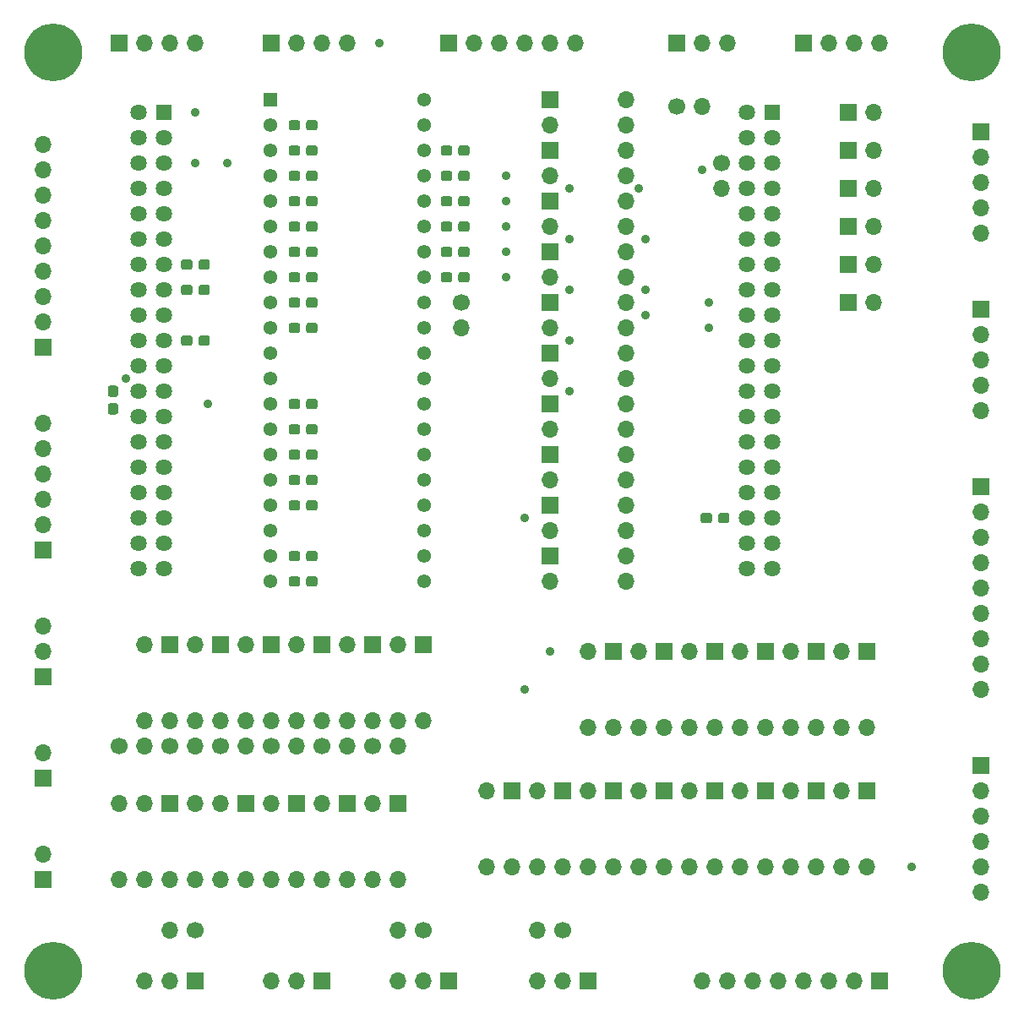
<source format=gbs>
G04 #@! TF.GenerationSoftware,KiCad,Pcbnew,(5.1.6)-1*
G04 #@! TF.CreationDate,2023-04-05T00:11:33+09:00*
G04 #@! TF.ProjectId,SubPCB,53756250-4342-42e6-9b69-6361645f7063,rev?*
G04 #@! TF.SameCoordinates,Original*
G04 #@! TF.FileFunction,Soldermask,Bot*
G04 #@! TF.FilePolarity,Negative*
%FSLAX46Y46*%
G04 Gerber Fmt 4.6, Leading zero omitted, Abs format (unit mm)*
G04 Created by KiCad (PCBNEW (5.1.6)-1) date 2023-04-05 00:11:33*
%MOMM*%
%LPD*%
G01*
G04 APERTURE LIST*
%ADD10O,1.700000X1.700000*%
%ADD11R,1.700000X1.700000*%
%ADD12R,1.630000X1.630000*%
%ADD13C,1.630000*%
%ADD14C,1.700000*%
%ADD15C,1.380000*%
%ADD16R,1.380000X1.380000*%
%ADD17C,5.800000*%
%ADD18C,0.900000*%
G04 APERTURE END LIST*
D10*
X83185000Y-6985000D03*
D11*
X80645000Y-6985000D03*
D10*
X83185000Y-10795000D03*
D11*
X80645000Y-10795000D03*
D10*
X83185000Y-14605000D03*
D11*
X80645000Y-14605000D03*
D10*
X83185000Y-18415000D03*
D11*
X80645000Y-18415000D03*
D10*
X83185000Y-22225000D03*
D11*
X80645000Y-22225000D03*
D10*
X83185000Y-26035000D03*
D11*
X80645000Y-26035000D03*
G36*
G01*
X40975000Y-23232500D02*
X40975000Y-23757500D01*
G75*
G02*
X40712500Y-24020000I-262500J0D01*
G01*
X40087500Y-24020000D01*
G75*
G02*
X39825000Y-23757500I0J262500D01*
G01*
X39825000Y-23232500D01*
G75*
G02*
X40087500Y-22970000I262500J0D01*
G01*
X40712500Y-22970000D01*
G75*
G02*
X40975000Y-23232500I0J-262500D01*
G01*
G37*
G36*
G01*
X42725000Y-23232500D02*
X42725000Y-23757500D01*
G75*
G02*
X42462500Y-24020000I-262500J0D01*
G01*
X41837500Y-24020000D01*
G75*
G02*
X41575000Y-23757500I0J262500D01*
G01*
X41575000Y-23232500D01*
G75*
G02*
X41837500Y-22970000I262500J0D01*
G01*
X42462500Y-22970000D01*
G75*
G02*
X42725000Y-23232500I0J-262500D01*
G01*
G37*
G36*
G01*
X40975000Y-20692500D02*
X40975000Y-21217500D01*
G75*
G02*
X40712500Y-21480000I-262500J0D01*
G01*
X40087500Y-21480000D01*
G75*
G02*
X39825000Y-21217500I0J262500D01*
G01*
X39825000Y-20692500D01*
G75*
G02*
X40087500Y-20430000I262500J0D01*
G01*
X40712500Y-20430000D01*
G75*
G02*
X40975000Y-20692500I0J-262500D01*
G01*
G37*
G36*
G01*
X42725000Y-20692500D02*
X42725000Y-21217500D01*
G75*
G02*
X42462500Y-21480000I-262500J0D01*
G01*
X41837500Y-21480000D01*
G75*
G02*
X41575000Y-21217500I0J262500D01*
G01*
X41575000Y-20692500D01*
G75*
G02*
X41837500Y-20430000I262500J0D01*
G01*
X42462500Y-20430000D01*
G75*
G02*
X42725000Y-20692500I0J-262500D01*
G01*
G37*
G36*
G01*
X40975000Y-18152500D02*
X40975000Y-18677500D01*
G75*
G02*
X40712500Y-18940000I-262500J0D01*
G01*
X40087500Y-18940000D01*
G75*
G02*
X39825000Y-18677500I0J262500D01*
G01*
X39825000Y-18152500D01*
G75*
G02*
X40087500Y-17890000I262500J0D01*
G01*
X40712500Y-17890000D01*
G75*
G02*
X40975000Y-18152500I0J-262500D01*
G01*
G37*
G36*
G01*
X42725000Y-18152500D02*
X42725000Y-18677500D01*
G75*
G02*
X42462500Y-18940000I-262500J0D01*
G01*
X41837500Y-18940000D01*
G75*
G02*
X41575000Y-18677500I0J262500D01*
G01*
X41575000Y-18152500D01*
G75*
G02*
X41837500Y-17890000I262500J0D01*
G01*
X42462500Y-17890000D01*
G75*
G02*
X42725000Y-18152500I0J-262500D01*
G01*
G37*
G36*
G01*
X40975000Y-15612500D02*
X40975000Y-16137500D01*
G75*
G02*
X40712500Y-16400000I-262500J0D01*
G01*
X40087500Y-16400000D01*
G75*
G02*
X39825000Y-16137500I0J262500D01*
G01*
X39825000Y-15612500D01*
G75*
G02*
X40087500Y-15350000I262500J0D01*
G01*
X40712500Y-15350000D01*
G75*
G02*
X40975000Y-15612500I0J-262500D01*
G01*
G37*
G36*
G01*
X42725000Y-15612500D02*
X42725000Y-16137500D01*
G75*
G02*
X42462500Y-16400000I-262500J0D01*
G01*
X41837500Y-16400000D01*
G75*
G02*
X41575000Y-16137500I0J262500D01*
G01*
X41575000Y-15612500D01*
G75*
G02*
X41837500Y-15350000I262500J0D01*
G01*
X42462500Y-15350000D01*
G75*
G02*
X42725000Y-15612500I0J-262500D01*
G01*
G37*
G36*
G01*
X40975000Y-13072500D02*
X40975000Y-13597500D01*
G75*
G02*
X40712500Y-13860000I-262500J0D01*
G01*
X40087500Y-13860000D01*
G75*
G02*
X39825000Y-13597500I0J262500D01*
G01*
X39825000Y-13072500D01*
G75*
G02*
X40087500Y-12810000I262500J0D01*
G01*
X40712500Y-12810000D01*
G75*
G02*
X40975000Y-13072500I0J-262500D01*
G01*
G37*
G36*
G01*
X42725000Y-13072500D02*
X42725000Y-13597500D01*
G75*
G02*
X42462500Y-13860000I-262500J0D01*
G01*
X41837500Y-13860000D01*
G75*
G02*
X41575000Y-13597500I0J262500D01*
G01*
X41575000Y-13072500D01*
G75*
G02*
X41837500Y-12810000I262500J0D01*
G01*
X42462500Y-12810000D01*
G75*
G02*
X42725000Y-13072500I0J-262500D01*
G01*
G37*
G36*
G01*
X40975000Y-10532500D02*
X40975000Y-11057500D01*
G75*
G02*
X40712500Y-11320000I-262500J0D01*
G01*
X40087500Y-11320000D01*
G75*
G02*
X39825000Y-11057500I0J262500D01*
G01*
X39825000Y-10532500D01*
G75*
G02*
X40087500Y-10270000I262500J0D01*
G01*
X40712500Y-10270000D01*
G75*
G02*
X40975000Y-10532500I0J-262500D01*
G01*
G37*
G36*
G01*
X42725000Y-10532500D02*
X42725000Y-11057500D01*
G75*
G02*
X42462500Y-11320000I-262500J0D01*
G01*
X41837500Y-11320000D01*
G75*
G02*
X41575000Y-11057500I0J262500D01*
G01*
X41575000Y-10532500D01*
G75*
G02*
X41837500Y-10270000I262500J0D01*
G01*
X42462500Y-10270000D01*
G75*
G02*
X42725000Y-10532500I0J-262500D01*
G01*
G37*
D12*
X73025000Y-6985000D03*
D13*
X73025000Y-52705000D03*
X70485000Y-6985000D03*
X73025000Y-9525000D03*
X70485000Y-9525000D03*
X73025000Y-12065000D03*
X70485000Y-12065000D03*
X73025000Y-14605000D03*
X70485000Y-14605000D03*
X73025000Y-17145000D03*
X70485000Y-17145000D03*
X73025000Y-19685000D03*
X70485000Y-19685000D03*
X73025000Y-22225000D03*
X70485000Y-22225000D03*
X73025000Y-24765000D03*
X70485000Y-24765000D03*
X73025000Y-27305000D03*
X70485000Y-27305000D03*
X73025000Y-29845000D03*
X70485000Y-29845000D03*
X73025000Y-32385000D03*
X70485000Y-32385000D03*
X73025000Y-34925000D03*
X70485000Y-34925000D03*
X73025000Y-37465000D03*
X70485000Y-37465000D03*
X73025000Y-40005000D03*
X70485000Y-40005000D03*
X73025000Y-42545000D03*
X70485000Y-42545000D03*
X73025000Y-45085000D03*
X70485000Y-45085000D03*
X73025000Y-47625000D03*
X70485000Y-47625000D03*
X73025000Y-50165000D03*
X70485000Y-50165000D03*
X70485000Y-52705000D03*
D12*
X12065000Y-6985000D03*
D13*
X12065000Y-52705000D03*
X9525000Y-6985000D03*
X12065000Y-9525000D03*
X9525000Y-9525000D03*
X12065000Y-12065000D03*
X9525000Y-12065000D03*
X12065000Y-14605000D03*
X9525000Y-14605000D03*
X12065000Y-17145000D03*
X9525000Y-17145000D03*
X12065000Y-19685000D03*
X9525000Y-19685000D03*
X12065000Y-22225000D03*
X9525000Y-22225000D03*
X12065000Y-24765000D03*
X9525000Y-24765000D03*
X12065000Y-27305000D03*
X9525000Y-27305000D03*
X12065000Y-29845000D03*
X9525000Y-29845000D03*
X12065000Y-32385000D03*
X9525000Y-32385000D03*
X12065000Y-34925000D03*
X9525000Y-34925000D03*
X12065000Y-37465000D03*
X9525000Y-37465000D03*
X12065000Y-40005000D03*
X9525000Y-40005000D03*
X12065000Y-42545000D03*
X9525000Y-42545000D03*
X12065000Y-45085000D03*
X9525000Y-45085000D03*
X12065000Y-47625000D03*
X9525000Y-47625000D03*
X12065000Y-50165000D03*
X9525000Y-50165000D03*
X9525000Y-52705000D03*
D10*
X25400000Y-93980000D03*
X22860000Y-93980000D03*
D11*
X27940000Y-93980000D03*
X76200000Y0D03*
D10*
X81280000Y0D03*
X78740000Y0D03*
X83820000Y0D03*
X93980000Y-52070000D03*
X93980000Y-46990000D03*
X93980000Y-49530000D03*
D11*
X93980000Y-44450000D03*
D10*
X93980000Y-54610000D03*
X93980000Y-57150000D03*
X93980000Y-59690000D03*
X93980000Y-62230000D03*
X93980000Y-64770000D03*
X46990000Y-82550000D03*
X44450000Y-74930000D03*
X44450000Y-82550000D03*
D11*
X46990000Y-74930000D03*
D10*
X52070000Y-82550000D03*
X49530000Y-74930000D03*
X49530000Y-82550000D03*
D11*
X52070000Y-74930000D03*
D10*
X57150000Y-82550000D03*
X54610000Y-74930000D03*
X54610000Y-82550000D03*
D11*
X57150000Y-74930000D03*
D10*
X62230000Y-82550000D03*
X59690000Y-74930000D03*
X59690000Y-82550000D03*
D11*
X62230000Y-74930000D03*
D10*
X67310000Y-82550000D03*
X64770000Y-74930000D03*
X64770000Y-82550000D03*
D11*
X67310000Y-74930000D03*
D10*
X72390000Y-82550000D03*
X69850000Y-74930000D03*
X69850000Y-82550000D03*
D11*
X72390000Y-74930000D03*
D10*
X77470000Y-82550000D03*
X74930000Y-74930000D03*
X74930000Y-82550000D03*
D11*
X77470000Y-74930000D03*
D10*
X82550000Y-82550000D03*
X80010000Y-74930000D03*
X80010000Y-82550000D03*
D11*
X82550000Y-74930000D03*
D10*
X57150000Y-68580000D03*
X54610000Y-60960000D03*
X54610000Y-68580000D03*
D11*
X57150000Y-60960000D03*
D10*
X62230000Y-68580000D03*
X59690000Y-60960000D03*
X59690000Y-68580000D03*
D11*
X62230000Y-60960000D03*
D10*
X67310000Y-68580000D03*
X64770000Y-60960000D03*
X64770000Y-68580000D03*
D11*
X67310000Y-60960000D03*
D10*
X72390000Y-68580000D03*
X69850000Y-60960000D03*
X69850000Y-68580000D03*
D11*
X72390000Y-60960000D03*
D10*
X77470000Y-68580000D03*
X74930000Y-60960000D03*
X74930000Y-68580000D03*
D11*
X77470000Y-60960000D03*
D10*
X82550000Y-68580000D03*
X80010000Y-60960000D03*
X80010000Y-68580000D03*
D11*
X82550000Y-60960000D03*
D10*
X58420000Y-51435000D03*
X50800000Y-53975000D03*
X58420000Y-53975000D03*
D11*
X50800000Y-51435000D03*
D10*
X58420000Y-46355000D03*
X50800000Y-48895000D03*
X58420000Y-48895000D03*
D11*
X50800000Y-46355000D03*
D10*
X58420000Y-41275000D03*
X50800000Y-43815000D03*
X58420000Y-43815000D03*
D11*
X50800000Y-41275000D03*
D10*
X58420000Y-36195000D03*
X50800000Y-38735000D03*
X58420000Y-38735000D03*
D11*
X50800000Y-36195000D03*
D10*
X58420000Y-31115000D03*
X50800000Y-33655000D03*
X58420000Y-33655000D03*
D11*
X50800000Y-31115000D03*
D10*
X58420000Y-26035000D03*
X50800000Y-28575000D03*
X58420000Y-28575000D03*
D11*
X50800000Y-26035000D03*
D10*
X58420000Y-20955000D03*
X50800000Y-23495000D03*
X58420000Y-23495000D03*
D11*
X50800000Y-20955000D03*
D10*
X58420000Y-15875000D03*
X50800000Y-18415000D03*
X58420000Y-18415000D03*
D11*
X50800000Y-15875000D03*
D10*
X58420000Y-10795000D03*
X50800000Y-13335000D03*
X58420000Y-13335000D03*
D11*
X50800000Y-10795000D03*
D10*
X58420000Y-5715000D03*
X50800000Y-8255000D03*
X58420000Y-8255000D03*
D11*
X50800000Y-5715000D03*
D10*
X12700000Y-67945000D03*
X10160000Y-60325000D03*
X10160000Y-67945000D03*
D11*
X12700000Y-60325000D03*
D10*
X17780000Y-67945000D03*
X15240000Y-60325000D03*
X15240000Y-67945000D03*
D11*
X17780000Y-60325000D03*
D10*
X22860000Y-67945000D03*
X20320000Y-60325000D03*
X20320000Y-67945000D03*
D11*
X22860000Y-60325000D03*
D10*
X27940000Y-67945000D03*
X25400000Y-60325000D03*
X25400000Y-67945000D03*
D11*
X27940000Y-60325000D03*
D10*
X33020000Y-67945000D03*
X30480000Y-60325000D03*
X30480000Y-67945000D03*
D11*
X33020000Y-60325000D03*
D10*
X38100000Y-67945000D03*
X35560000Y-60325000D03*
X35560000Y-67945000D03*
D11*
X38100000Y-60325000D03*
D10*
X25400000Y-83820000D03*
X22860000Y-76200000D03*
X22860000Y-83820000D03*
D11*
X25400000Y-76200000D03*
D10*
X30480000Y-83820000D03*
X27940000Y-76200000D03*
X27940000Y-83820000D03*
D11*
X30480000Y-76200000D03*
D10*
X35560000Y-83820000D03*
X33020000Y-76200000D03*
X33020000Y-83820000D03*
D11*
X35560000Y-76200000D03*
D10*
X12700000Y-83820000D03*
X7620000Y-76200000D03*
X10160000Y-83820000D03*
X10160000Y-76200000D03*
X7620000Y-83820000D03*
D11*
X12700000Y-76200000D03*
D10*
X20320000Y-83820000D03*
X15240000Y-76200000D03*
X17780000Y-83820000D03*
X17780000Y-76200000D03*
X15240000Y-83820000D03*
D11*
X20320000Y-76200000D03*
G36*
G01*
X25735000Y-53712500D02*
X25735000Y-54237500D01*
G75*
G02*
X25472500Y-54500000I-262500J0D01*
G01*
X24847500Y-54500000D01*
G75*
G02*
X24585000Y-54237500I0J262500D01*
G01*
X24585000Y-53712500D01*
G75*
G02*
X24847500Y-53450000I262500J0D01*
G01*
X25472500Y-53450000D01*
G75*
G02*
X25735000Y-53712500I0J-262500D01*
G01*
G37*
G36*
G01*
X27485000Y-53712500D02*
X27485000Y-54237500D01*
G75*
G02*
X27222500Y-54500000I-262500J0D01*
G01*
X26597500Y-54500000D01*
G75*
G02*
X26335000Y-54237500I0J262500D01*
G01*
X26335000Y-53712500D01*
G75*
G02*
X26597500Y-53450000I262500J0D01*
G01*
X27222500Y-53450000D01*
G75*
G02*
X27485000Y-53712500I0J-262500D01*
G01*
G37*
G36*
G01*
X25735000Y-51172500D02*
X25735000Y-51697500D01*
G75*
G02*
X25472500Y-51960000I-262500J0D01*
G01*
X24847500Y-51960000D01*
G75*
G02*
X24585000Y-51697500I0J262500D01*
G01*
X24585000Y-51172500D01*
G75*
G02*
X24847500Y-50910000I262500J0D01*
G01*
X25472500Y-50910000D01*
G75*
G02*
X25735000Y-51172500I0J-262500D01*
G01*
G37*
G36*
G01*
X27485000Y-51172500D02*
X27485000Y-51697500D01*
G75*
G02*
X27222500Y-51960000I-262500J0D01*
G01*
X26597500Y-51960000D01*
G75*
G02*
X26335000Y-51697500I0J262500D01*
G01*
X26335000Y-51172500D01*
G75*
G02*
X26597500Y-50910000I262500J0D01*
G01*
X27222500Y-50910000D01*
G75*
G02*
X27485000Y-51172500I0J-262500D01*
G01*
G37*
G36*
G01*
X25735000Y-46092500D02*
X25735000Y-46617500D01*
G75*
G02*
X25472500Y-46880000I-262500J0D01*
G01*
X24847500Y-46880000D01*
G75*
G02*
X24585000Y-46617500I0J262500D01*
G01*
X24585000Y-46092500D01*
G75*
G02*
X24847500Y-45830000I262500J0D01*
G01*
X25472500Y-45830000D01*
G75*
G02*
X25735000Y-46092500I0J-262500D01*
G01*
G37*
G36*
G01*
X27485000Y-46092500D02*
X27485000Y-46617500D01*
G75*
G02*
X27222500Y-46880000I-262500J0D01*
G01*
X26597500Y-46880000D01*
G75*
G02*
X26335000Y-46617500I0J262500D01*
G01*
X26335000Y-46092500D01*
G75*
G02*
X26597500Y-45830000I262500J0D01*
G01*
X27222500Y-45830000D01*
G75*
G02*
X27485000Y-46092500I0J-262500D01*
G01*
G37*
G36*
G01*
X25735000Y-43552500D02*
X25735000Y-44077500D01*
G75*
G02*
X25472500Y-44340000I-262500J0D01*
G01*
X24847500Y-44340000D01*
G75*
G02*
X24585000Y-44077500I0J262500D01*
G01*
X24585000Y-43552500D01*
G75*
G02*
X24847500Y-43290000I262500J0D01*
G01*
X25472500Y-43290000D01*
G75*
G02*
X25735000Y-43552500I0J-262500D01*
G01*
G37*
G36*
G01*
X27485000Y-43552500D02*
X27485000Y-44077500D01*
G75*
G02*
X27222500Y-44340000I-262500J0D01*
G01*
X26597500Y-44340000D01*
G75*
G02*
X26335000Y-44077500I0J262500D01*
G01*
X26335000Y-43552500D01*
G75*
G02*
X26597500Y-43290000I262500J0D01*
G01*
X27222500Y-43290000D01*
G75*
G02*
X27485000Y-43552500I0J-262500D01*
G01*
G37*
G36*
G01*
X25735000Y-41012500D02*
X25735000Y-41537500D01*
G75*
G02*
X25472500Y-41800000I-262500J0D01*
G01*
X24847500Y-41800000D01*
G75*
G02*
X24585000Y-41537500I0J262500D01*
G01*
X24585000Y-41012500D01*
G75*
G02*
X24847500Y-40750000I262500J0D01*
G01*
X25472500Y-40750000D01*
G75*
G02*
X25735000Y-41012500I0J-262500D01*
G01*
G37*
G36*
G01*
X27485000Y-41012500D02*
X27485000Y-41537500D01*
G75*
G02*
X27222500Y-41800000I-262500J0D01*
G01*
X26597500Y-41800000D01*
G75*
G02*
X26335000Y-41537500I0J262500D01*
G01*
X26335000Y-41012500D01*
G75*
G02*
X26597500Y-40750000I262500J0D01*
G01*
X27222500Y-40750000D01*
G75*
G02*
X27485000Y-41012500I0J-262500D01*
G01*
G37*
G36*
G01*
X25735000Y-38472500D02*
X25735000Y-38997500D01*
G75*
G02*
X25472500Y-39260000I-262500J0D01*
G01*
X24847500Y-39260000D01*
G75*
G02*
X24585000Y-38997500I0J262500D01*
G01*
X24585000Y-38472500D01*
G75*
G02*
X24847500Y-38210000I262500J0D01*
G01*
X25472500Y-38210000D01*
G75*
G02*
X25735000Y-38472500I0J-262500D01*
G01*
G37*
G36*
G01*
X27485000Y-38472500D02*
X27485000Y-38997500D01*
G75*
G02*
X27222500Y-39260000I-262500J0D01*
G01*
X26597500Y-39260000D01*
G75*
G02*
X26335000Y-38997500I0J262500D01*
G01*
X26335000Y-38472500D01*
G75*
G02*
X26597500Y-38210000I262500J0D01*
G01*
X27222500Y-38210000D01*
G75*
G02*
X27485000Y-38472500I0J-262500D01*
G01*
G37*
G36*
G01*
X25735000Y-35932500D02*
X25735000Y-36457500D01*
G75*
G02*
X25472500Y-36720000I-262500J0D01*
G01*
X24847500Y-36720000D01*
G75*
G02*
X24585000Y-36457500I0J262500D01*
G01*
X24585000Y-35932500D01*
G75*
G02*
X24847500Y-35670000I262500J0D01*
G01*
X25472500Y-35670000D01*
G75*
G02*
X25735000Y-35932500I0J-262500D01*
G01*
G37*
G36*
G01*
X27485000Y-35932500D02*
X27485000Y-36457500D01*
G75*
G02*
X27222500Y-36720000I-262500J0D01*
G01*
X26597500Y-36720000D01*
G75*
G02*
X26335000Y-36457500I0J262500D01*
G01*
X26335000Y-35932500D01*
G75*
G02*
X26597500Y-35670000I262500J0D01*
G01*
X27222500Y-35670000D01*
G75*
G02*
X27485000Y-35932500I0J-262500D01*
G01*
G37*
G36*
G01*
X25735000Y-28312500D02*
X25735000Y-28837500D01*
G75*
G02*
X25472500Y-29100000I-262500J0D01*
G01*
X24847500Y-29100000D01*
G75*
G02*
X24585000Y-28837500I0J262500D01*
G01*
X24585000Y-28312500D01*
G75*
G02*
X24847500Y-28050000I262500J0D01*
G01*
X25472500Y-28050000D01*
G75*
G02*
X25735000Y-28312500I0J-262500D01*
G01*
G37*
G36*
G01*
X27485000Y-28312500D02*
X27485000Y-28837500D01*
G75*
G02*
X27222500Y-29100000I-262500J0D01*
G01*
X26597500Y-29100000D01*
G75*
G02*
X26335000Y-28837500I0J262500D01*
G01*
X26335000Y-28312500D01*
G75*
G02*
X26597500Y-28050000I262500J0D01*
G01*
X27222500Y-28050000D01*
G75*
G02*
X27485000Y-28312500I0J-262500D01*
G01*
G37*
G36*
G01*
X25735000Y-25772500D02*
X25735000Y-26297500D01*
G75*
G02*
X25472500Y-26560000I-262500J0D01*
G01*
X24847500Y-26560000D01*
G75*
G02*
X24585000Y-26297500I0J262500D01*
G01*
X24585000Y-25772500D01*
G75*
G02*
X24847500Y-25510000I262500J0D01*
G01*
X25472500Y-25510000D01*
G75*
G02*
X25735000Y-25772500I0J-262500D01*
G01*
G37*
G36*
G01*
X27485000Y-25772500D02*
X27485000Y-26297500D01*
G75*
G02*
X27222500Y-26560000I-262500J0D01*
G01*
X26597500Y-26560000D01*
G75*
G02*
X26335000Y-26297500I0J262500D01*
G01*
X26335000Y-25772500D01*
G75*
G02*
X26597500Y-25510000I262500J0D01*
G01*
X27222500Y-25510000D01*
G75*
G02*
X27485000Y-25772500I0J-262500D01*
G01*
G37*
G36*
G01*
X25735000Y-23232500D02*
X25735000Y-23757500D01*
G75*
G02*
X25472500Y-24020000I-262500J0D01*
G01*
X24847500Y-24020000D01*
G75*
G02*
X24585000Y-23757500I0J262500D01*
G01*
X24585000Y-23232500D01*
G75*
G02*
X24847500Y-22970000I262500J0D01*
G01*
X25472500Y-22970000D01*
G75*
G02*
X25735000Y-23232500I0J-262500D01*
G01*
G37*
G36*
G01*
X27485000Y-23232500D02*
X27485000Y-23757500D01*
G75*
G02*
X27222500Y-24020000I-262500J0D01*
G01*
X26597500Y-24020000D01*
G75*
G02*
X26335000Y-23757500I0J262500D01*
G01*
X26335000Y-23232500D01*
G75*
G02*
X26597500Y-22970000I262500J0D01*
G01*
X27222500Y-22970000D01*
G75*
G02*
X27485000Y-23232500I0J-262500D01*
G01*
G37*
G36*
G01*
X25735000Y-20692500D02*
X25735000Y-21217500D01*
G75*
G02*
X25472500Y-21480000I-262500J0D01*
G01*
X24847500Y-21480000D01*
G75*
G02*
X24585000Y-21217500I0J262500D01*
G01*
X24585000Y-20692500D01*
G75*
G02*
X24847500Y-20430000I262500J0D01*
G01*
X25472500Y-20430000D01*
G75*
G02*
X25735000Y-20692500I0J-262500D01*
G01*
G37*
G36*
G01*
X27485000Y-20692500D02*
X27485000Y-21217500D01*
G75*
G02*
X27222500Y-21480000I-262500J0D01*
G01*
X26597500Y-21480000D01*
G75*
G02*
X26335000Y-21217500I0J262500D01*
G01*
X26335000Y-20692500D01*
G75*
G02*
X26597500Y-20430000I262500J0D01*
G01*
X27222500Y-20430000D01*
G75*
G02*
X27485000Y-20692500I0J-262500D01*
G01*
G37*
G36*
G01*
X25735000Y-18152500D02*
X25735000Y-18677500D01*
G75*
G02*
X25472500Y-18940000I-262500J0D01*
G01*
X24847500Y-18940000D01*
G75*
G02*
X24585000Y-18677500I0J262500D01*
G01*
X24585000Y-18152500D01*
G75*
G02*
X24847500Y-17890000I262500J0D01*
G01*
X25472500Y-17890000D01*
G75*
G02*
X25735000Y-18152500I0J-262500D01*
G01*
G37*
G36*
G01*
X27485000Y-18152500D02*
X27485000Y-18677500D01*
G75*
G02*
X27222500Y-18940000I-262500J0D01*
G01*
X26597500Y-18940000D01*
G75*
G02*
X26335000Y-18677500I0J262500D01*
G01*
X26335000Y-18152500D01*
G75*
G02*
X26597500Y-17890000I262500J0D01*
G01*
X27222500Y-17890000D01*
G75*
G02*
X27485000Y-18152500I0J-262500D01*
G01*
G37*
G36*
G01*
X25735000Y-15612500D02*
X25735000Y-16137500D01*
G75*
G02*
X25472500Y-16400000I-262500J0D01*
G01*
X24847500Y-16400000D01*
G75*
G02*
X24585000Y-16137500I0J262500D01*
G01*
X24585000Y-15612500D01*
G75*
G02*
X24847500Y-15350000I262500J0D01*
G01*
X25472500Y-15350000D01*
G75*
G02*
X25735000Y-15612500I0J-262500D01*
G01*
G37*
G36*
G01*
X27485000Y-15612500D02*
X27485000Y-16137500D01*
G75*
G02*
X27222500Y-16400000I-262500J0D01*
G01*
X26597500Y-16400000D01*
G75*
G02*
X26335000Y-16137500I0J262500D01*
G01*
X26335000Y-15612500D01*
G75*
G02*
X26597500Y-15350000I262500J0D01*
G01*
X27222500Y-15350000D01*
G75*
G02*
X27485000Y-15612500I0J-262500D01*
G01*
G37*
G36*
G01*
X25735000Y-13072500D02*
X25735000Y-13597500D01*
G75*
G02*
X25472500Y-13860000I-262500J0D01*
G01*
X24847500Y-13860000D01*
G75*
G02*
X24585000Y-13597500I0J262500D01*
G01*
X24585000Y-13072500D01*
G75*
G02*
X24847500Y-12810000I262500J0D01*
G01*
X25472500Y-12810000D01*
G75*
G02*
X25735000Y-13072500I0J-262500D01*
G01*
G37*
G36*
G01*
X27485000Y-13072500D02*
X27485000Y-13597500D01*
G75*
G02*
X27222500Y-13860000I-262500J0D01*
G01*
X26597500Y-13860000D01*
G75*
G02*
X26335000Y-13597500I0J262500D01*
G01*
X26335000Y-13072500D01*
G75*
G02*
X26597500Y-12810000I262500J0D01*
G01*
X27222500Y-12810000D01*
G75*
G02*
X27485000Y-13072500I0J-262500D01*
G01*
G37*
G36*
G01*
X25735000Y-10532500D02*
X25735000Y-11057500D01*
G75*
G02*
X25472500Y-11320000I-262500J0D01*
G01*
X24847500Y-11320000D01*
G75*
G02*
X24585000Y-11057500I0J262500D01*
G01*
X24585000Y-10532500D01*
G75*
G02*
X24847500Y-10270000I262500J0D01*
G01*
X25472500Y-10270000D01*
G75*
G02*
X25735000Y-10532500I0J-262500D01*
G01*
G37*
G36*
G01*
X27485000Y-10532500D02*
X27485000Y-11057500D01*
G75*
G02*
X27222500Y-11320000I-262500J0D01*
G01*
X26597500Y-11320000D01*
G75*
G02*
X26335000Y-11057500I0J262500D01*
G01*
X26335000Y-10532500D01*
G75*
G02*
X26597500Y-10270000I262500J0D01*
G01*
X27222500Y-10270000D01*
G75*
G02*
X27485000Y-10532500I0J-262500D01*
G01*
G37*
G36*
G01*
X25735000Y-7992500D02*
X25735000Y-8517500D01*
G75*
G02*
X25472500Y-8780000I-262500J0D01*
G01*
X24847500Y-8780000D01*
G75*
G02*
X24585000Y-8517500I0J262500D01*
G01*
X24585000Y-7992500D01*
G75*
G02*
X24847500Y-7730000I262500J0D01*
G01*
X25472500Y-7730000D01*
G75*
G02*
X25735000Y-7992500I0J-262500D01*
G01*
G37*
G36*
G01*
X27485000Y-7992500D02*
X27485000Y-8517500D01*
G75*
G02*
X27222500Y-8780000I-262500J0D01*
G01*
X26597500Y-8780000D01*
G75*
G02*
X26335000Y-8517500I0J262500D01*
G01*
X26335000Y-7992500D01*
G75*
G02*
X26597500Y-7730000I262500J0D01*
G01*
X27222500Y-7730000D01*
G75*
G02*
X27485000Y-7992500I0J-262500D01*
G01*
G37*
D10*
X10160000Y-70485000D03*
D14*
X7620000Y-70485000D03*
D10*
X15240000Y-70485000D03*
D14*
X12700000Y-70485000D03*
D10*
X20320000Y-70485000D03*
D14*
X17780000Y-70485000D03*
D10*
X25400000Y-70485000D03*
D14*
X22860000Y-70485000D03*
D10*
X30480000Y-70485000D03*
D14*
X27940000Y-70485000D03*
D10*
X35560000Y-70485000D03*
D14*
X33020000Y-70485000D03*
G36*
G01*
X14940000Y-29582500D02*
X14940000Y-30107500D01*
G75*
G02*
X14677500Y-30370000I-262500J0D01*
G01*
X14052500Y-30370000D01*
G75*
G02*
X13790000Y-30107500I0J262500D01*
G01*
X13790000Y-29582500D01*
G75*
G02*
X14052500Y-29320000I262500J0D01*
G01*
X14677500Y-29320000D01*
G75*
G02*
X14940000Y-29582500I0J-262500D01*
G01*
G37*
G36*
G01*
X16690000Y-29582500D02*
X16690000Y-30107500D01*
G75*
G02*
X16427500Y-30370000I-262500J0D01*
G01*
X15802500Y-30370000D01*
G75*
G02*
X15540000Y-30107500I0J262500D01*
G01*
X15540000Y-29582500D01*
G75*
G02*
X15802500Y-29320000I262500J0D01*
G01*
X16427500Y-29320000D01*
G75*
G02*
X16690000Y-29582500I0J-262500D01*
G01*
G37*
G36*
G01*
X14940000Y-24502500D02*
X14940000Y-25027500D01*
G75*
G02*
X14677500Y-25290000I-262500J0D01*
G01*
X14052500Y-25290000D01*
G75*
G02*
X13790000Y-25027500I0J262500D01*
G01*
X13790000Y-24502500D01*
G75*
G02*
X14052500Y-24240000I262500J0D01*
G01*
X14677500Y-24240000D01*
G75*
G02*
X14940000Y-24502500I0J-262500D01*
G01*
G37*
G36*
G01*
X16690000Y-24502500D02*
X16690000Y-25027500D01*
G75*
G02*
X16427500Y-25290000I-262500J0D01*
G01*
X15802500Y-25290000D01*
G75*
G02*
X15540000Y-25027500I0J262500D01*
G01*
X15540000Y-24502500D01*
G75*
G02*
X15802500Y-24240000I262500J0D01*
G01*
X16427500Y-24240000D01*
G75*
G02*
X16690000Y-24502500I0J-262500D01*
G01*
G37*
G36*
G01*
X14940000Y-21962500D02*
X14940000Y-22487500D01*
G75*
G02*
X14677500Y-22750000I-262500J0D01*
G01*
X14052500Y-22750000D01*
G75*
G02*
X13790000Y-22487500I0J262500D01*
G01*
X13790000Y-21962500D01*
G75*
G02*
X14052500Y-21700000I262500J0D01*
G01*
X14677500Y-21700000D01*
G75*
G02*
X14940000Y-21962500I0J-262500D01*
G01*
G37*
G36*
G01*
X16690000Y-21962500D02*
X16690000Y-22487500D01*
G75*
G02*
X16427500Y-22750000I-262500J0D01*
G01*
X15802500Y-22750000D01*
G75*
G02*
X15540000Y-22487500I0J262500D01*
G01*
X15540000Y-21962500D01*
G75*
G02*
X15802500Y-21700000I262500J0D01*
G01*
X16427500Y-21700000D01*
G75*
G02*
X16690000Y-21962500I0J-262500D01*
G01*
G37*
G36*
G01*
X67610000Y-47887500D02*
X67610000Y-47362500D01*
G75*
G02*
X67872500Y-47100000I262500J0D01*
G01*
X68497500Y-47100000D01*
G75*
G02*
X68760000Y-47362500I0J-262500D01*
G01*
X68760000Y-47887500D01*
G75*
G02*
X68497500Y-48150000I-262500J0D01*
G01*
X67872500Y-48150000D01*
G75*
G02*
X67610000Y-47887500I0J262500D01*
G01*
G37*
G36*
G01*
X65860000Y-47887500D02*
X65860000Y-47362500D01*
G75*
G02*
X66122500Y-47100000I262500J0D01*
G01*
X66747500Y-47100000D01*
G75*
G02*
X67010000Y-47362500I0J-262500D01*
G01*
X67010000Y-47887500D01*
G75*
G02*
X66747500Y-48150000I-262500J0D01*
G01*
X66122500Y-48150000D01*
G75*
G02*
X65860000Y-47887500I0J262500D01*
G01*
G37*
G36*
G01*
X7247500Y-35500000D02*
X6722500Y-35500000D01*
G75*
G02*
X6460000Y-35237500I0J262500D01*
G01*
X6460000Y-34612500D01*
G75*
G02*
X6722500Y-34350000I262500J0D01*
G01*
X7247500Y-34350000D01*
G75*
G02*
X7510000Y-34612500I0J-262500D01*
G01*
X7510000Y-35237500D01*
G75*
G02*
X7247500Y-35500000I-262500J0D01*
G01*
G37*
G36*
G01*
X7247500Y-37250000D02*
X6722500Y-37250000D01*
G75*
G02*
X6460000Y-36987500I0J262500D01*
G01*
X6460000Y-36362500D01*
G75*
G02*
X6722500Y-36100000I262500J0D01*
G01*
X7247500Y-36100000D01*
G75*
G02*
X7510000Y-36362500I0J-262500D01*
G01*
X7510000Y-36987500D01*
G75*
G02*
X7247500Y-37250000I-262500J0D01*
G01*
G37*
D10*
X53340000Y0D03*
X50800000Y0D03*
D11*
X40640000Y0D03*
D10*
X45720000Y0D03*
X43180000Y0D03*
X48260000Y0D03*
D11*
X0Y-83820000D03*
D10*
X0Y-81280000D03*
X93980000Y-85090000D03*
X93980000Y-82550000D03*
D11*
X93980000Y-72390000D03*
D10*
X93980000Y-77470000D03*
X93980000Y-74930000D03*
X93980000Y-80010000D03*
X93980000Y-34290000D03*
X93980000Y-29210000D03*
X93980000Y-31750000D03*
D11*
X93980000Y-26670000D03*
D10*
X93980000Y-36830000D03*
X93980000Y-16510000D03*
X93980000Y-11430000D03*
X93980000Y-13970000D03*
D11*
X93980000Y-8890000D03*
D10*
X93980000Y-19050000D03*
X66040000Y-93980000D03*
X68580000Y-93980000D03*
X71120000Y-93980000D03*
X73660000Y-93980000D03*
D11*
X83820000Y-93980000D03*
D10*
X78740000Y-93980000D03*
X81280000Y-93980000D03*
X76200000Y-93980000D03*
X0Y-38100000D03*
X0Y-40640000D03*
D11*
X0Y-50800000D03*
D10*
X0Y-45720000D03*
X0Y-48260000D03*
X0Y-43180000D03*
X0Y-22860000D03*
X0Y-27940000D03*
X0Y-25400000D03*
D11*
X0Y-30480000D03*
D10*
X0Y-20320000D03*
X0Y-17780000D03*
X0Y-15240000D03*
X0Y-12700000D03*
X0Y-10160000D03*
X12700000Y-93980000D03*
X10160000Y-93980000D03*
D11*
X15240000Y-93980000D03*
D10*
X38100000Y-93980000D03*
X35560000Y-93980000D03*
D11*
X40640000Y-93980000D03*
D10*
X52070000Y-93980000D03*
X49530000Y-93980000D03*
D11*
X54610000Y-93980000D03*
D10*
X66040000Y0D03*
X68580000Y0D03*
D11*
X63500000Y0D03*
X0Y-73660000D03*
D10*
X0Y-71120000D03*
X0Y-60960000D03*
X0Y-58420000D03*
D11*
X0Y-63500000D03*
D14*
X41910000Y-26035000D03*
D10*
X41910000Y-28575000D03*
D14*
X67945000Y-12065000D03*
D10*
X67945000Y-14605000D03*
D14*
X15240000Y-88900000D03*
D10*
X12700000Y-88900000D03*
D14*
X38100000Y-88900000D03*
D10*
X35560000Y-88900000D03*
D14*
X52070000Y-88900000D03*
D10*
X49530000Y-88900000D03*
D14*
X63500000Y-6350000D03*
D10*
X66040000Y-6350000D03*
D11*
X22860000Y0D03*
D10*
X27940000Y0D03*
X25400000Y0D03*
X30480000Y0D03*
D11*
X7620000Y0D03*
D10*
X12700000Y0D03*
X10160000Y0D03*
X15240000Y0D03*
D15*
X38197500Y-5715000D03*
X38197500Y-8255000D03*
X38197500Y-10795000D03*
X38197500Y-13335000D03*
X38197500Y-15875000D03*
X38197500Y-18415000D03*
X38197500Y-20955000D03*
X38197500Y-23495000D03*
X38197500Y-26035000D03*
X38197500Y-28575000D03*
X38197500Y-31115000D03*
X38197500Y-33655000D03*
X38197500Y-36195000D03*
X38197500Y-38735000D03*
X38197500Y-41275000D03*
X38197500Y-43815000D03*
X38197500Y-46355000D03*
X38197500Y-48895000D03*
X38197500Y-51435000D03*
X38197500Y-53975000D03*
X22762500Y-53975000D03*
X22762500Y-51435000D03*
X22762500Y-48895000D03*
X22762500Y-46355000D03*
X22762500Y-43815000D03*
X22762500Y-41275000D03*
X22762500Y-38735000D03*
X22762500Y-36195000D03*
X22762500Y-33655000D03*
X22762500Y-31115000D03*
X22762500Y-28575000D03*
X22762500Y-26035000D03*
X22762500Y-23495000D03*
X22762500Y-20955000D03*
X22762500Y-18415000D03*
X22762500Y-15875000D03*
X22762500Y-13335000D03*
X22762500Y-10795000D03*
X22762500Y-8255000D03*
D16*
X22762500Y-5715000D03*
D17*
X92980000Y-92980000D03*
X1000000Y-92980000D03*
X92980000Y-1000000D03*
X1000000Y-1000000D03*
D18*
X15240000Y-12065000D03*
X18415000Y-12065000D03*
X66040000Y-12700000D03*
X50800000Y-60960000D03*
X86995000Y-82550000D03*
X15240000Y-6985000D03*
X8255000Y-33655000D03*
X48260000Y-47625000D03*
X48260000Y-64770000D03*
X16510000Y-36195000D03*
X33655000Y0D03*
X59690000Y-14605000D03*
X46355000Y-13335000D03*
X52705000Y-14605000D03*
X60325000Y-19685000D03*
X60325000Y-24765000D03*
X46355000Y-15875000D03*
X52705000Y-19685000D03*
X46355000Y-18415000D03*
X52705000Y-24765000D03*
X60325000Y-27305000D03*
X46355000Y-20955000D03*
X52705000Y-29845000D03*
X66675000Y-26035000D03*
X46355000Y-23495000D03*
X52705000Y-34925000D03*
X66675000Y-28575000D03*
M02*

</source>
